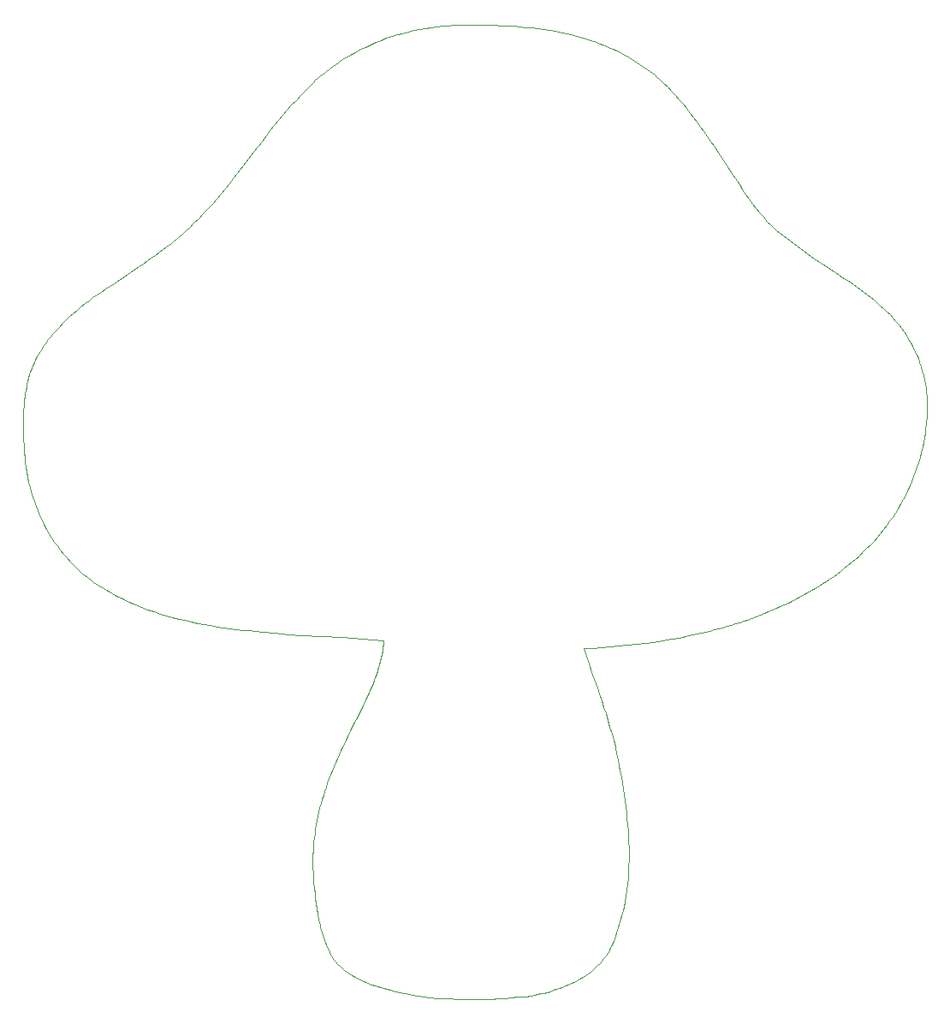
<source format=gbr>
G04 #@! TF.GenerationSoftware,KiCad,Pcbnew,5.0.2-bee76a0~70~ubuntu18.04.1*
G04 #@! TF.CreationDate,2019-10-25T22:44:05+08:00*
G04 #@! TF.ProjectId,TuneShroom,54756e65-5368-4726-9f6f-6d2e6b696361,rev?*
G04 #@! TF.SameCoordinates,Original*
G04 #@! TF.FileFunction,Profile,NP*
%FSLAX46Y46*%
G04 Gerber Fmt 4.6, Leading zero omitted, Abs format (unit mm)*
G04 Created by KiCad (PCBNEW 5.0.2-bee76a0~70~ubuntu18.04.1) date Fri 25 Oct 2019 22:44:05 HKT*
%MOMM*%
%LPD*%
G01*
G04 APERTURE LIST*
G04 #@! TA.AperFunction,NonConductor*
%ADD10C,0.100000*%
G04 #@! TD*
G04 APERTURE END LIST*
D10*
G04 #@! TO.C,*
X104061363Y-43850585D02*
X104061337Y-43850450D01*
X104061363Y-43850585D02*
X104061363Y-43850585D01*
X104654368Y-43846430D02*
X104061363Y-43850585D01*
X105249985Y-43848070D02*
X104654368Y-43846430D01*
X105847795Y-43855951D02*
X105249985Y-43848070D01*
X106447370Y-43870517D02*
X105847795Y-43855951D01*
X107048284Y-43892211D02*
X106447370Y-43870517D01*
X107650111Y-43921479D02*
X107048284Y-43892211D01*
X108252429Y-43958764D02*
X107650111Y-43921479D01*
X108854811Y-44004510D02*
X108252429Y-43958764D01*
X109456834Y-44059163D02*
X108854811Y-44004510D01*
X110058070Y-44123167D02*
X109456834Y-44059163D01*
X110658095Y-44196964D02*
X110058070Y-44123167D01*
X111256484Y-44281001D02*
X110658095Y-44196964D01*
X111852813Y-44375722D02*
X111256484Y-44281001D01*
X112446657Y-44481570D02*
X111852813Y-44375722D01*
X113037588Y-44598989D02*
X112446657Y-44481570D01*
X113625183Y-44728425D02*
X113037588Y-44598989D01*
X114209017Y-44870322D02*
X113625183Y-44728425D01*
X114788664Y-45025123D02*
X114209017Y-44870322D01*
X115363701Y-45193274D02*
X114788664Y-45025123D01*
X115933699Y-45375217D02*
X115363701Y-45193274D01*
X116498237Y-45571399D02*
X115933699Y-45375217D01*
X116778325Y-45674968D02*
X116498237Y-45571399D01*
X117056889Y-45782263D02*
X116778325Y-45674968D01*
X117333874Y-45893339D02*
X117056889Y-45782263D01*
X117609228Y-46008253D02*
X117333874Y-45893339D01*
X117882897Y-46127059D02*
X117609228Y-46008253D01*
X118154831Y-46249813D02*
X117882897Y-46127059D01*
X118424973Y-46376571D02*
X118154831Y-46249813D01*
X118693271Y-46507389D02*
X118424973Y-46376571D01*
X118959672Y-46642321D02*
X118693271Y-46507389D01*
X119224123Y-46781424D02*
X118959672Y-46642321D01*
X119486571Y-46924752D02*
X119224123Y-46781424D01*
X119746964Y-47072362D02*
X119486571Y-46924752D01*
X120005247Y-47224309D02*
X119746964Y-47072362D01*
X120261366Y-47380649D02*
X120005247Y-47224309D01*
X120515274Y-47541436D02*
X120261366Y-47380649D01*
X120766908Y-47706727D02*
X120515274Y-47541436D01*
X121016223Y-47876577D02*
X120766908Y-47706727D01*
X121263164Y-48051042D02*
X121016223Y-47876577D01*
X121507673Y-48230177D02*
X121263164Y-48051042D01*
X121749703Y-48414038D02*
X121507673Y-48230177D01*
X121989199Y-48602680D02*
X121749703Y-48414038D01*
X122226107Y-48796158D02*
X121989199Y-48602680D01*
X122445232Y-48984281D02*
X122226107Y-48796158D01*
X122661158Y-49175102D02*
X122445232Y-48984281D01*
X123083769Y-49564552D02*
X122661158Y-49175102D01*
X123494620Y-49963936D02*
X123083769Y-49564552D01*
X123894389Y-50372680D02*
X123494620Y-49963936D01*
X124283761Y-50790213D02*
X123894389Y-50372680D01*
X124663417Y-51215960D02*
X124283761Y-50790213D01*
X125034037Y-51649349D02*
X124663417Y-51215960D01*
X125396304Y-52089807D02*
X125034037Y-51649349D01*
X125750902Y-52536761D02*
X125396304Y-52089807D01*
X126098509Y-52989638D02*
X125750902Y-52536761D01*
X126439808Y-53447864D02*
X126098509Y-52989638D01*
X126775479Y-53910868D02*
X126439808Y-53447864D01*
X127106206Y-54378076D02*
X126775479Y-53910868D01*
X127432667Y-54848915D02*
X127106206Y-54378076D01*
X127755549Y-55322812D02*
X127432667Y-54848915D01*
X128075528Y-55799194D02*
X127755549Y-55322812D01*
X128709512Y-56757121D02*
X128075528Y-55799194D01*
X129340075Y-57718114D02*
X128709512Y-56757121D01*
X129972665Y-58677588D02*
X129340075Y-57718114D01*
X130612737Y-59630959D02*
X129972665Y-58677588D01*
X130937283Y-60103923D02*
X130612737Y-59630959D01*
X131265744Y-60573644D02*
X130937283Y-60103923D01*
X131598802Y-61039546D02*
X131265744Y-60573644D01*
X131937140Y-61501058D02*
X131598802Y-61039546D01*
X132281435Y-61957607D02*
X131937140Y-61501058D01*
X132632373Y-62408619D02*
X132281435Y-61957607D01*
X132990635Y-62853522D02*
X132632373Y-62408619D01*
X133356900Y-63291743D02*
X132990635Y-62853522D01*
X133664608Y-63582399D02*
X133356900Y-63291743D01*
X133977332Y-63866757D02*
X133664608Y-63582399D01*
X134294779Y-64145187D02*
X133977332Y-63866757D01*
X134616655Y-64418064D02*
X134294779Y-64145187D01*
X134942664Y-64685761D02*
X134616655Y-64418064D01*
X135272510Y-64948650D02*
X134942664Y-64685761D01*
X135605898Y-65207105D02*
X135272510Y-64948650D01*
X135942533Y-65461499D02*
X135605898Y-65207105D01*
X136282117Y-65712205D02*
X135942533Y-65461499D01*
X136624361Y-65959595D02*
X136282117Y-65712205D01*
X137315630Y-66445925D02*
X136624361Y-65959595D01*
X138013979Y-66923472D02*
X137315630Y-66445925D01*
X138717046Y-67395221D02*
X138013979Y-66923472D01*
X140127878Y-68333265D02*
X138717046Y-67395221D01*
X140830921Y-68805530D02*
X140127878Y-68333265D01*
X141529228Y-69283937D02*
X140830921Y-68805530D01*
X142220441Y-69771469D02*
X141529228Y-69283937D01*
X142562648Y-70019590D02*
X142220441Y-69771469D01*
X142902196Y-70271114D02*
X142562648Y-70019590D01*
X143238788Y-70526410D02*
X142902196Y-70271114D01*
X143572129Y-70785853D02*
X143238788Y-70526410D01*
X143901924Y-71049817D02*
X143572129Y-70785853D01*
X144227877Y-71318673D02*
X143901924Y-71049817D01*
X144565049Y-71592935D02*
X144227877Y-71318673D01*
X144892101Y-71878333D02*
X144565049Y-71592935D01*
X145208841Y-72174463D02*
X144892101Y-71878333D01*
X145515073Y-72480919D02*
X145208841Y-72174463D01*
X145810599Y-72797297D02*
X145515073Y-72480919D01*
X146095227Y-73123195D02*
X145810599Y-72797297D01*
X146368759Y-73458208D02*
X146095227Y-73123195D01*
X146631003Y-73801931D02*
X146368759Y-73458208D01*
X146881762Y-74153956D02*
X146631003Y-73801931D01*
X147120840Y-74513882D02*
X146881762Y-74153956D01*
X147348043Y-74881304D02*
X147120840Y-74513882D01*
X147563175Y-75255819D02*
X147348043Y-74881304D01*
X147766039Y-75637017D02*
X147563175Y-75255819D01*
X147956447Y-76024499D02*
X147766039Y-75637017D01*
X148134194Y-76417861D02*
X147956447Y-76024499D01*
X148299093Y-76816694D02*
X148134194Y-76417861D01*
X148450942Y-77220596D02*
X148299093Y-76816694D01*
X148589552Y-77629163D02*
X148450942Y-77220596D01*
X148714721Y-78041990D02*
X148589552Y-77629163D01*
X148826262Y-78458669D02*
X148714721Y-78041990D01*
X148923972Y-78878801D02*
X148826262Y-78458669D01*
X149007660Y-79301980D02*
X148923972Y-78878801D01*
X149077129Y-79727798D02*
X149007660Y-79301980D01*
X149132186Y-80155857D02*
X149077129Y-79727798D01*
X149172633Y-80585744D02*
X149132186Y-80155857D01*
X149198271Y-81017062D02*
X149172633Y-80585744D01*
X149208907Y-81449402D02*
X149198271Y-81017062D01*
X149204357Y-81882364D02*
X149208907Y-81449402D01*
X149184407Y-82315537D02*
X149204357Y-81882364D01*
X149148881Y-82748522D02*
X149184407Y-82315537D01*
X149125228Y-82964816D02*
X149148881Y-82748522D01*
X149097592Y-83180912D02*
X149125228Y-82964816D01*
X149065961Y-83396757D02*
X149097592Y-83180912D01*
X149030311Y-83612302D02*
X149065961Y-83396757D01*
X148974860Y-84116720D02*
X149030311Y-83612302D01*
X148905174Y-84618184D02*
X148974860Y-84116720D01*
X148821486Y-85116493D02*
X148905174Y-84618184D01*
X148724021Y-85611443D02*
X148821486Y-85116493D01*
X148613010Y-86102836D02*
X148724021Y-85611443D01*
X148488685Y-86590465D02*
X148613010Y-86102836D01*
X148351274Y-87074132D02*
X148488685Y-86590465D01*
X148201006Y-87553631D02*
X148351274Y-87074132D01*
X148038113Y-88028764D02*
X148201006Y-87553631D01*
X147862821Y-88499326D02*
X148038113Y-88028764D01*
X147675364Y-88965114D02*
X147862821Y-88499326D01*
X147475969Y-89425925D02*
X147675364Y-88965114D01*
X147264865Y-89881564D02*
X147475969Y-89425925D01*
X147042282Y-90331822D02*
X147264865Y-89881564D01*
X146808454Y-90776499D02*
X147042282Y-90331822D01*
X146563606Y-91215390D02*
X146808454Y-90776499D01*
X146307968Y-91648298D02*
X146563606Y-91215390D01*
X146041771Y-92075018D02*
X146307968Y-91648298D01*
X145765244Y-92495349D02*
X146041771Y-92075018D01*
X145478616Y-92909086D02*
X145765244Y-92495349D01*
X145182118Y-93316031D02*
X145478616Y-92909086D01*
X144875980Y-93715977D02*
X145182118Y-93316031D01*
X144560432Y-94108725D02*
X144875980Y-93715977D01*
X144235701Y-94494075D02*
X144560432Y-94108725D01*
X143902019Y-94871820D02*
X144235701Y-94494075D01*
X143559614Y-95241758D02*
X143902019Y-94871820D01*
X143208718Y-95603692D02*
X143559614Y-95241758D01*
X142849560Y-95957416D02*
X143208718Y-95603692D01*
X142482366Y-96302729D02*
X142849560Y-95957416D01*
X142107372Y-96639427D02*
X142482366Y-96302729D01*
X141724803Y-96967310D02*
X142107372Y-96639427D01*
X141334889Y-97286175D02*
X141724803Y-96967310D01*
X140989608Y-97559122D02*
X141334889Y-97286175D01*
X140641011Y-97826266D02*
X140989608Y-97559122D01*
X140289168Y-98087661D02*
X140641011Y-97826266D01*
X139934140Y-98343368D02*
X140289168Y-98087661D01*
X139575989Y-98593447D02*
X139934140Y-98343368D01*
X139214780Y-98837956D02*
X139575989Y-98593447D01*
X138850573Y-99076952D02*
X139214780Y-98837956D01*
X138483437Y-99310494D02*
X138850573Y-99076952D01*
X138113431Y-99538644D02*
X138483437Y-99310494D01*
X137740620Y-99761458D02*
X138113431Y-99538644D01*
X137365065Y-99978996D02*
X137740620Y-99761458D01*
X136986832Y-100191313D02*
X137365065Y-99978996D01*
X136605986Y-100398474D02*
X136986832Y-100191313D01*
X136222586Y-100600534D02*
X136605986Y-100398474D01*
X135836697Y-100797553D02*
X136222586Y-100600534D01*
X135448381Y-100989588D02*
X135836697Y-100797553D01*
X135057705Y-101176698D02*
X135448381Y-100989588D01*
X134664730Y-101358943D02*
X135057705Y-101176698D01*
X134269519Y-101536383D02*
X134664730Y-101358943D01*
X133872134Y-101709074D02*
X134269519Y-101536383D01*
X133472642Y-101877077D02*
X133872134Y-101709074D01*
X133071105Y-102040449D02*
X133472642Y-101877077D01*
X132667586Y-102199252D02*
X133071105Y-102040449D01*
X132262147Y-102353538D02*
X132667586Y-102199252D01*
X131854852Y-102503372D02*
X132262147Y-102353538D01*
X131445767Y-102648811D02*
X131854852Y-102503372D01*
X131034951Y-102789913D02*
X131445767Y-102648811D01*
X130622471Y-102926740D02*
X131034951Y-102789913D01*
X130208387Y-103059344D02*
X130622471Y-102926740D01*
X129792764Y-103187791D02*
X130208387Y-103059344D01*
X129375667Y-103312134D02*
X129792764Y-103187791D01*
X128957157Y-103432435D02*
X129375667Y-103312134D01*
X128537298Y-103548754D02*
X128957157Y-103432435D01*
X128116155Y-103661146D02*
X128537298Y-103548754D01*
X127693787Y-103769673D02*
X128116155Y-103661146D01*
X127270264Y-103874393D02*
X127693787Y-103769673D01*
X126419988Y-104072642D02*
X127270264Y-103874393D01*
X125565839Y-104256366D02*
X126419988Y-104072642D01*
X124708319Y-104426036D02*
X125565839Y-104256366D01*
X123847939Y-104582121D02*
X124708319Y-104426036D01*
X122985202Y-104725091D02*
X123847939Y-104582121D01*
X122120615Y-104855415D02*
X122985202Y-104725091D01*
X121254686Y-104973567D02*
X122120615Y-104855415D01*
X120387922Y-105080011D02*
X121254686Y-104973567D01*
X119520827Y-105175222D02*
X120387922Y-105080011D01*
X118653912Y-105259669D02*
X119520827Y-105175222D01*
X117787679Y-105333824D02*
X118653912Y-105259669D01*
X116922637Y-105398152D02*
X117787679Y-105333824D01*
X116059291Y-105453127D02*
X116922637Y-105398152D01*
X115198152Y-105499217D02*
X116059291Y-105453127D01*
X115647597Y-106788900D02*
X115198152Y-105499217D01*
X116103262Y-108077180D02*
X115647597Y-106788900D01*
X116556411Y-109366560D02*
X116103262Y-108077180D01*
X116779312Y-110012443D02*
X116556411Y-109366560D01*
X116998313Y-110659537D02*
X116779312Y-110012443D01*
X117212319Y-111308155D02*
X116998313Y-110659537D01*
X117420239Y-111958609D02*
X117212319Y-111308155D01*
X117620984Y-112611212D02*
X117420239Y-111958609D01*
X117813457Y-113266275D02*
X117620984Y-112611212D01*
X117996573Y-113924111D02*
X117813457Y-113266275D01*
X118169235Y-114585033D02*
X117996573Y-113924111D01*
X118330355Y-115249354D02*
X118169235Y-114585033D01*
X118478842Y-115917384D02*
X118330355Y-115249354D01*
X118597246Y-116486294D02*
X118478842Y-115917384D01*
X118712154Y-117058183D02*
X118597246Y-116486294D01*
X118823089Y-117632824D02*
X118712154Y-117058183D01*
X118929573Y-118209980D02*
X118823089Y-117632824D01*
X119031125Y-118789428D02*
X118929573Y-118209980D01*
X119127270Y-119370938D02*
X119031125Y-118789428D01*
X119217530Y-119954275D02*
X119127270Y-119370938D01*
X119301426Y-120539216D02*
X119217530Y-119954275D01*
X119378481Y-121125527D02*
X119301426Y-120539216D01*
X119448217Y-121712979D02*
X119378481Y-121125527D01*
X119510156Y-122301343D02*
X119448217Y-121712979D01*
X119563816Y-122890388D02*
X119510156Y-122301343D01*
X119608727Y-123479888D02*
X119563816Y-122890388D01*
X119644406Y-124069609D02*
X119608727Y-123479888D01*
X119670388Y-124659323D02*
X119644406Y-124069609D01*
X119686157Y-125248802D02*
X119670388Y-124659323D01*
X119691263Y-125837815D02*
X119686157Y-125248802D01*
X119685231Y-126426129D02*
X119691263Y-125837815D01*
X119667583Y-127013520D02*
X119685231Y-126426129D01*
X119637836Y-127599754D02*
X119667583Y-127013520D01*
X119595513Y-128184605D02*
X119637836Y-127599754D01*
X119540133Y-128767839D02*
X119595513Y-128184605D01*
X119471223Y-129349230D02*
X119540133Y-128767839D01*
X119388302Y-129928545D02*
X119471223Y-129349230D01*
X119290891Y-130505559D02*
X119388302Y-129928545D01*
X119178514Y-131080038D02*
X119290891Y-130505559D01*
X119116562Y-131366257D02*
X119178514Y-131080038D01*
X119050691Y-131651755D02*
X119116562Y-131366257D01*
X118980839Y-131936505D02*
X119050691Y-131651755D01*
X118906946Y-132220477D02*
X118980839Y-131936505D01*
X118828955Y-132503645D02*
X118906946Y-132220477D01*
X118746802Y-132785979D02*
X118828955Y-132503645D01*
X118660431Y-133067448D02*
X118746802Y-132785979D01*
X118569779Y-133348028D02*
X118660431Y-133067448D01*
X118474789Y-133627685D02*
X118569779Y-133348028D01*
X118375398Y-133906394D02*
X118474789Y-133627685D01*
X118271549Y-134184125D02*
X118375398Y-133906394D01*
X118163184Y-134460850D02*
X118271549Y-134184125D01*
X118100943Y-134614462D02*
X118163184Y-134460850D01*
X118035435Y-134765399D02*
X118100943Y-134614462D01*
X117966717Y-134913687D02*
X118035435Y-134765399D01*
X117894848Y-135059348D02*
X117966717Y-134913687D01*
X117741901Y-135342878D02*
X117894848Y-135059348D01*
X117577063Y-135616166D02*
X117741901Y-135342878D01*
X117400811Y-135879392D02*
X117577063Y-135616166D01*
X117213613Y-136132736D02*
X117400811Y-135879392D01*
X117015948Y-136376372D02*
X117213613Y-136132736D01*
X116808287Y-136610484D02*
X117015948Y-136376372D01*
X116591104Y-136835250D02*
X116808287Y-136610484D01*
X116364872Y-137050848D02*
X116591104Y-136835250D01*
X116130062Y-137257456D02*
X116364872Y-137050848D01*
X115887153Y-137455256D02*
X116130062Y-137257456D01*
X115636614Y-137644422D02*
X115887153Y-137455256D01*
X115378920Y-137825138D02*
X115636614Y-137644422D01*
X115114543Y-137997580D02*
X115378920Y-137825138D01*
X114843959Y-138161929D02*
X115114543Y-137997580D01*
X114567639Y-138318361D02*
X114843959Y-138161929D01*
X114286059Y-138467057D02*
X114567639Y-138318361D01*
X113999687Y-138608196D02*
X114286059Y-138467057D01*
X113709003Y-138741956D02*
X113999687Y-138608196D01*
X113414479Y-138868517D02*
X113709003Y-138741956D01*
X113116585Y-138988058D02*
X113414479Y-138868517D01*
X112815796Y-139100755D02*
X113116585Y-138988058D01*
X112512586Y-139206792D02*
X112815796Y-139100755D01*
X112207426Y-139306342D02*
X112512586Y-139206792D01*
X111900795Y-139399589D02*
X112207426Y-139306342D01*
X111593161Y-139486711D02*
X111900795Y-139399589D01*
X111285001Y-139567885D02*
X111593161Y-139486711D01*
X110976786Y-139643289D02*
X111285001Y-139567885D01*
X110668990Y-139713104D02*
X110976786Y-139643289D01*
X110362087Y-139777512D02*
X110668990Y-139713104D01*
X110056549Y-139836686D02*
X110362087Y-139777512D01*
X109395606Y-139914891D02*
X110056549Y-139836686D01*
X108733100Y-139983048D02*
X109395606Y-139914891D01*
X108069226Y-140041304D02*
X108733100Y-139983048D01*
X107404194Y-140089810D02*
X108069226Y-140041304D01*
X106738206Y-140128712D02*
X107404194Y-140089810D01*
X106071461Y-140158157D02*
X106738206Y-140128712D01*
X105404166Y-140178292D02*
X106071461Y-140158157D01*
X104736527Y-140189272D02*
X105404166Y-140178292D01*
X104068742Y-140191124D02*
X104736527Y-140189272D01*
X103401016Y-140184245D02*
X104068742Y-140191124D01*
X102733554Y-140168635D02*
X103401016Y-140184245D01*
X102066558Y-140144478D02*
X102733554Y-140168635D01*
X101400232Y-140111905D02*
X102066558Y-140144478D01*
X100734778Y-140071067D02*
X101400232Y-140111905D01*
X100070401Y-140022111D02*
X100734778Y-140071067D01*
X99407305Y-139965189D02*
X100070401Y-140022111D01*
X98206740Y-139742904D02*
X99407305Y-139965189D01*
X97596687Y-139625805D02*
X98206740Y-139742904D01*
X96983915Y-139500593D02*
X97596687Y-139625805D01*
X96371262Y-139364164D02*
X96983915Y-139500593D01*
X96065869Y-139290768D02*
X96371262Y-139364164D01*
X95761572Y-139213404D02*
X96065869Y-139290768D01*
X95458727Y-139131682D02*
X95761572Y-139213404D01*
X95157690Y-139045211D02*
X95458727Y-139131682D01*
X94858814Y-138953607D02*
X95157690Y-139045211D01*
X94562454Y-138856476D02*
X94858814Y-138953607D01*
X94268967Y-138753437D02*
X94562454Y-138856476D01*
X93978709Y-138644095D02*
X94268967Y-138753437D01*
X93692033Y-138528065D02*
X93978709Y-138644095D01*
X93409296Y-138404957D02*
X93692033Y-138528065D01*
X93130854Y-138274382D02*
X93409296Y-138404957D01*
X92857061Y-138135955D02*
X93130854Y-138274382D01*
X92588271Y-137989286D02*
X92857061Y-138135955D01*
X92324841Y-137833983D02*
X92588271Y-137989286D01*
X92067129Y-137669664D02*
X92324841Y-137833983D01*
X91815483Y-137495938D02*
X92067129Y-137669664D01*
X91570268Y-137312413D02*
X91815483Y-137495938D01*
X91331830Y-137118706D02*
X91570268Y-137312413D01*
X91100529Y-136914426D02*
X91331830Y-137118706D01*
X90876721Y-136699185D02*
X91100529Y-136914426D01*
X90660760Y-136472593D02*
X90876721Y-136699185D01*
X90453001Y-136234265D02*
X90660760Y-136472593D01*
X90325099Y-136003379D02*
X90453001Y-136234265D01*
X90202938Y-135769913D02*
X90325099Y-136003379D01*
X90086368Y-135533976D02*
X90202938Y-135769913D01*
X89975246Y-135295676D02*
X90086368Y-135533976D01*
X89869425Y-135055120D02*
X89975246Y-135295676D01*
X89768765Y-134812418D02*
X89869425Y-135055120D01*
X89673115Y-134567675D02*
X89768765Y-134812418D01*
X89582334Y-134321002D02*
X89673115Y-134567675D01*
X89496273Y-134072505D02*
X89582334Y-134321002D01*
X89414787Y-133822294D02*
X89496273Y-134072505D01*
X89337735Y-133570477D02*
X89414787Y-133822294D01*
X89264966Y-133317159D02*
X89337735Y-133570477D01*
X89196339Y-133062456D02*
X89264966Y-133317159D01*
X89131706Y-132806466D02*
X89196339Y-133062456D01*
X89013845Y-132291079D02*
X89131706Y-132806466D01*
X88910224Y-131771858D02*
X89013845Y-132291079D01*
X88819678Y-131249673D02*
X88910224Y-131771858D01*
X88741046Y-130725388D02*
X88819678Y-131249673D01*
X88673165Y-130199870D02*
X88741046Y-130725388D01*
X88614872Y-129673982D02*
X88673165Y-130199870D01*
X88565006Y-129148591D02*
X88614872Y-129673982D01*
X88522405Y-128624560D02*
X88565006Y-129148591D01*
X88485909Y-128102756D02*
X88522405Y-128624560D01*
X88452640Y-127667580D02*
X88485909Y-128102756D01*
X88430071Y-127233055D02*
X88452640Y-127667580D01*
X88417980Y-126799242D02*
X88430071Y-127233055D01*
X88416127Y-126366206D02*
X88417980Y-126799242D01*
X88424303Y-125934006D02*
X88416127Y-126366206D01*
X88442242Y-125502709D02*
X88424303Y-125934006D01*
X88469743Y-125072375D02*
X88442242Y-125502709D01*
X88506567Y-124643067D02*
X88469743Y-125072375D01*
X88552488Y-124214845D02*
X88506567Y-124643067D01*
X88607273Y-123787775D02*
X88552488Y-124214845D01*
X88670694Y-123361920D02*
X88607273Y-123787775D01*
X88742520Y-122937338D02*
X88670694Y-123361920D01*
X88822522Y-122514095D02*
X88742520Y-122937338D01*
X88910470Y-122092254D02*
X88822522Y-122514095D01*
X89006135Y-121671873D02*
X88910470Y-122092254D01*
X89109286Y-121253019D02*
X89006135Y-121671873D01*
X89219693Y-120835753D02*
X89109286Y-121253019D01*
X89337131Y-120420138D02*
X89219693Y-120835753D01*
X89461367Y-120006234D02*
X89337131Y-120420138D01*
X89592169Y-119594106D02*
X89461367Y-120006234D01*
X89729310Y-119183816D02*
X89592169Y-119594106D01*
X89872561Y-118775427D02*
X89729310Y-119183816D01*
X90021691Y-118369000D02*
X89872561Y-118775427D01*
X90176469Y-117964598D02*
X90021691Y-118369000D01*
X90336669Y-117562286D02*
X90176469Y-117964598D01*
X90502057Y-117162122D02*
X90336669Y-117562286D01*
X90672407Y-116764170D02*
X90502057Y-117162122D01*
X90847490Y-116368494D02*
X90672407Y-116764170D01*
X91027070Y-115975156D02*
X90847490Y-116368494D01*
X91210924Y-115584218D02*
X91027070Y-115975156D01*
X91398820Y-115195741D02*
X91210924Y-115584218D01*
X91590527Y-114809791D02*
X91398820Y-115195741D01*
X91725438Y-114501739D02*
X91590527Y-114809791D01*
X91864635Y-114194476D02*
X91725438Y-114501739D01*
X92153756Y-113581817D02*
X91864635Y-114194476D01*
X92453651Y-112970810D02*
X92153756Y-113581817D01*
X92760075Y-112360456D02*
X92453651Y-112970810D01*
X93375546Y-111137681D02*
X92760075Y-112360456D01*
X93676108Y-110523255D02*
X93375546Y-111137681D01*
X93966231Y-109905469D02*
X93676108Y-110523255D01*
X94106053Y-109594999D02*
X93966231Y-109905469D01*
X94241676Y-109283314D02*
X94106053Y-109594999D01*
X94372568Y-108970286D02*
X94241676Y-109283314D01*
X94498197Y-108655789D02*
X94372568Y-108970286D01*
X94618037Y-108339699D02*
X94498197Y-108655789D01*
X94731557Y-108021892D02*
X94618037Y-108339699D01*
X94838224Y-107702239D02*
X94731557Y-108021892D01*
X94937511Y-107380616D02*
X94838224Y-107702239D01*
X95028885Y-107056901D02*
X94937511Y-107380616D01*
X95111816Y-106730964D02*
X95028885Y-107056901D01*
X95185775Y-106402682D02*
X95111816Y-106730964D01*
X95250233Y-106071926D02*
X95185775Y-106402682D01*
X95304658Y-105738575D02*
X95250233Y-106071926D01*
X95348518Y-105402504D02*
X95304658Y-105738575D01*
X95381286Y-105063583D02*
X95348518Y-105402504D01*
X95402426Y-104721692D02*
X95381286Y-105063583D01*
X94384596Y-104632220D02*
X95402426Y-104721692D01*
X93366812Y-104554075D02*
X94384596Y-104632220D01*
X92349000Y-104484871D02*
X93366812Y-104554075D01*
X91331092Y-104422212D02*
X92349000Y-104484871D01*
X89294695Y-104306984D02*
X91331092Y-104422212D01*
X87257046Y-104189273D02*
X89294695Y-104306984D01*
X85987065Y-104089729D02*
X87257046Y-104189273D01*
X84710032Y-103984954D02*
X85987065Y-104089729D01*
X83428401Y-103870413D02*
X84710032Y-103984954D01*
X82786628Y-103808059D02*
X83428401Y-103870413D01*
X82144627Y-103741564D02*
X82786628Y-103808059D01*
X81502703Y-103670356D02*
X82144627Y-103741564D01*
X80861165Y-103593871D02*
X81502703Y-103670356D01*
X80220320Y-103511538D02*
X80861165Y-103593871D01*
X79580473Y-103422794D02*
X80220320Y-103511538D01*
X78941933Y-103327067D02*
X79580473Y-103422794D01*
X78305006Y-103223793D02*
X78941933Y-103327067D01*
X77669999Y-103112406D02*
X78305006Y-103223793D01*
X77037218Y-102992335D02*
X77669999Y-103112406D01*
X76406971Y-102863015D02*
X77037218Y-102992335D01*
X75779565Y-102723878D02*
X76406971Y-102863015D01*
X75155306Y-102574357D02*
X75779565Y-102723878D01*
X74534502Y-102413885D02*
X75155306Y-102574357D01*
X73917460Y-102241892D02*
X74534502Y-102413885D01*
X73304485Y-102057816D02*
X73917460Y-102241892D01*
X72695887Y-101861083D02*
X73304485Y-102057816D01*
X72091970Y-101651133D02*
X72695887Y-101861083D01*
X71493043Y-101427394D02*
X72091970Y-101651133D01*
X70899411Y-101189298D02*
X71493043Y-101427394D01*
X70604677Y-101064690D02*
X70899411Y-101189298D01*
X70311383Y-100936279D02*
X70604677Y-101064690D01*
X70019566Y-100803998D02*
X70311383Y-100936279D01*
X69729265Y-100667772D02*
X70019566Y-100803998D01*
X69440518Y-100527532D02*
X69729265Y-100667772D01*
X69153363Y-100383208D02*
X69440518Y-100527532D01*
X68867840Y-100234726D02*
X69153363Y-100383208D01*
X68583986Y-100082019D02*
X68867840Y-100234726D01*
X68301839Y-99925013D02*
X68583986Y-100082019D01*
X68021439Y-99763638D02*
X68301839Y-99925013D01*
X67742823Y-99597824D02*
X68021439Y-99763638D01*
X67466030Y-99427498D02*
X67742823Y-99597824D01*
X67253405Y-99292738D02*
X67466030Y-99427498D01*
X67043508Y-99154570D02*
X67253405Y-99292738D01*
X66836351Y-99013050D02*
X67043508Y-99154570D01*
X66631947Y-98868225D02*
X66836351Y-99013050D01*
X66430309Y-98720150D02*
X66631947Y-98868225D01*
X66231449Y-98568875D02*
X66430309Y-98720150D01*
X66035380Y-98414454D02*
X66231449Y-98568875D01*
X65842116Y-98256934D02*
X66035380Y-98414454D01*
X65651667Y-98096371D02*
X65842116Y-98256934D01*
X65464048Y-97932814D02*
X65651667Y-98096371D01*
X65279270Y-97766317D02*
X65464048Y-97932814D01*
X65097347Y-97596928D02*
X65279270Y-97766317D01*
X64918292Y-97424703D02*
X65097347Y-97596928D01*
X64742116Y-97249689D02*
X64918292Y-97424703D01*
X64398454Y-96891512D02*
X64742116Y-97249689D01*
X64066465Y-96522807D02*
X64398454Y-96891512D01*
X63746249Y-96143990D02*
X64066465Y-96522807D01*
X63437907Y-95755473D02*
X63746249Y-96143990D01*
X63141541Y-95357667D02*
X63437907Y-95755473D01*
X62857254Y-94950989D02*
X63141541Y-95357667D01*
X62585145Y-94535847D02*
X62857254Y-94950989D01*
X62325317Y-94112659D02*
X62585145Y-94535847D01*
X62077871Y-93681836D02*
X62325317Y-94112659D01*
X61842909Y-93243791D02*
X62077871Y-93681836D01*
X61620532Y-92798934D02*
X61842909Y-93243791D01*
X61410841Y-92347685D02*
X61620532Y-92798934D01*
X61213939Y-91890450D02*
X61410841Y-92347685D01*
X61029926Y-91427649D02*
X61213939Y-91890450D01*
X60858904Y-90959689D02*
X61029926Y-91427649D01*
X60700974Y-90486984D02*
X60858904Y-90959689D01*
X60556239Y-90009951D02*
X60700974Y-90486984D01*
X60424799Y-89528997D02*
X60556239Y-90009951D01*
X60306756Y-89044542D02*
X60424799Y-89528997D01*
X60202211Y-88556991D02*
X60306756Y-89044542D01*
X60111267Y-88066766D02*
X60202211Y-88556991D01*
X60034023Y-87574273D02*
X60111267Y-88066766D01*
X59970583Y-87079929D02*
X60034023Y-87574273D01*
X59921047Y-86584144D02*
X59970583Y-87079929D01*
X59885517Y-86087334D02*
X59921047Y-86584144D01*
X59849253Y-85449235D02*
X59885517Y-86087334D01*
X59817866Y-84806295D02*
X59849253Y-85449235D01*
X59794181Y-84159889D02*
X59817866Y-84806295D01*
X59781020Y-83511379D02*
X59794181Y-84159889D01*
X59781206Y-82862140D02*
X59781020Y-83511379D01*
X59787185Y-82537673D02*
X59781206Y-82862140D01*
X59797559Y-82213537D02*
X59787185Y-82537673D01*
X59812683Y-81889902D02*
X59797559Y-82213537D01*
X59832908Y-81566941D02*
X59812683Y-81889902D01*
X59858586Y-81244824D02*
X59832908Y-81566941D01*
X59890071Y-80923720D02*
X59858586Y-81244824D01*
X59927716Y-80603804D02*
X59890071Y-80923720D01*
X59971874Y-80285246D02*
X59927716Y-80603804D01*
X60022897Y-79968214D02*
X59971874Y-80285246D01*
X60081139Y-79652884D02*
X60022897Y-79968214D01*
X60146951Y-79339424D02*
X60081139Y-79652884D01*
X60220688Y-79028007D02*
X60146951Y-79339424D01*
X60302702Y-78718802D02*
X60220688Y-79028007D01*
X60393347Y-78411980D02*
X60302702Y-78718802D01*
X60492973Y-78107715D02*
X60393347Y-78411980D01*
X60601936Y-77806177D02*
X60492973Y-78107715D01*
X60720586Y-77507537D02*
X60601936Y-77806177D01*
X60849279Y-77211965D02*
X60720586Y-77507537D01*
X60988365Y-76919632D02*
X60849279Y-77211965D01*
X61138199Y-76630710D02*
X60988365Y-76919632D01*
X61299133Y-76345373D02*
X61138199Y-76630710D01*
X61471519Y-76063787D02*
X61299133Y-76345373D01*
X61606058Y-75849522D02*
X61471519Y-76063787D01*
X61743987Y-75638679D02*
X61606058Y-75849522D01*
X61885228Y-75431179D02*
X61743987Y-75638679D01*
X62029701Y-75226945D02*
X61885228Y-75431179D01*
X62177327Y-75025896D02*
X62029701Y-75226945D01*
X62328026Y-74827958D02*
X62177327Y-75025896D01*
X62481719Y-74633048D02*
X62328026Y-74827958D01*
X62638328Y-74441092D02*
X62481719Y-74633048D01*
X62959974Y-74065723D02*
X62638328Y-74441092D01*
X63292329Y-73701222D02*
X62959974Y-74065723D01*
X63634758Y-73346964D02*
X63292329Y-73701222D01*
X63986629Y-73002323D02*
X63634758Y-73346964D01*
X64347306Y-72666672D02*
X63986629Y-73002323D01*
X64716156Y-72339385D02*
X64347306Y-72666672D01*
X65092544Y-72019838D02*
X64716156Y-72339385D01*
X65475836Y-71707402D02*
X65092544Y-72019838D01*
X65865399Y-71401451D02*
X65475836Y-71707402D01*
X66260598Y-71101360D02*
X65865399Y-71401451D01*
X66660798Y-70806503D02*
X66260598Y-71101360D01*
X67065367Y-70516255D02*
X66660798Y-70806503D01*
X67473669Y-70229987D02*
X67065367Y-70516255D01*
X67885070Y-69947071D02*
X67473669Y-70229987D01*
X68714635Y-69388802D02*
X67885070Y-69947071D01*
X70383056Y-68284972D02*
X68714635Y-69388802D01*
X71211767Y-67729391D02*
X70383056Y-68284972D01*
X71622528Y-67448492D02*
X71211767Y-67729391D01*
X72030047Y-67164686D02*
X71622528Y-67448492D01*
X72433690Y-66877346D02*
X72030047Y-67164686D01*
X72832823Y-66585848D02*
X72433690Y-66877346D01*
X73226811Y-66289563D02*
X72832823Y-66585848D01*
X73615021Y-65987867D02*
X73226811Y-66289563D01*
X73887028Y-65793831D02*
X73615021Y-65987867D01*
X74155319Y-65596229D02*
X73887028Y-65793831D01*
X74419992Y-65395155D02*
X74155319Y-65596229D01*
X74681149Y-65190704D02*
X74419992Y-65395155D01*
X74938887Y-64982970D02*
X74681149Y-65190704D01*
X75193308Y-64772048D02*
X74938887Y-64982970D01*
X75444509Y-64558032D02*
X75193308Y-64772048D01*
X75692592Y-64341017D02*
X75444509Y-64558032D01*
X75937654Y-64121097D02*
X75692592Y-64341017D01*
X76179797Y-63898367D02*
X75937654Y-64121097D01*
X76655720Y-63444853D02*
X76179797Y-63898367D01*
X77121157Y-62981232D02*
X76655720Y-63444853D01*
X77576904Y-62508258D02*
X77121157Y-62981232D01*
X78023758Y-62026689D02*
X77576904Y-62508258D01*
X78462513Y-61537279D02*
X78023758Y-62026689D01*
X78893968Y-61040785D02*
X78462513Y-61537279D01*
X79318917Y-60537962D02*
X78893968Y-61040785D01*
X79738157Y-60029567D02*
X79318917Y-60537962D01*
X80152484Y-59516354D02*
X79738157Y-60029567D01*
X80562696Y-58999080D02*
X80152484Y-59516354D01*
X80969586Y-58478501D02*
X80562696Y-58999080D01*
X81776591Y-57430449D02*
X80969586Y-58478501D01*
X82579872Y-56378246D02*
X81776591Y-57430449D01*
X83385795Y-55327937D02*
X82579872Y-56378246D01*
X83791737Y-54805382D02*
X83385795Y-55327937D01*
X84200730Y-54285569D02*
X83791737Y-54805382D01*
X84613568Y-53769252D02*
X84200730Y-54285569D01*
X85031048Y-53257188D02*
X84613568Y-53769252D01*
X85453966Y-52750133D02*
X85031048Y-53257188D01*
X85883120Y-52248842D02*
X85453966Y-52750133D01*
X86319302Y-51754070D02*
X85883120Y-52248842D01*
X86763312Y-51266575D02*
X86319302Y-51754070D01*
X87215946Y-50787112D02*
X86763312Y-51266575D01*
X87677998Y-50316436D02*
X87215946Y-50787112D01*
X87873941Y-50107349D02*
X87677998Y-50316436D01*
X88072849Y-49901774D02*
X87873941Y-50107349D01*
X88274673Y-49699706D02*
X88072849Y-49901774D01*
X88479363Y-49501140D02*
X88274673Y-49699706D01*
X88686862Y-49306075D02*
X88479363Y-49501140D01*
X88897124Y-49114505D02*
X88686862Y-49306075D01*
X89110095Y-48926426D02*
X88897124Y-49114505D01*
X89325725Y-48741835D02*
X89110095Y-48926426D01*
X89543964Y-48560728D02*
X89325725Y-48741835D01*
X89764756Y-48383101D02*
X89543964Y-48560728D01*
X89988054Y-48208949D02*
X89764756Y-48383101D01*
X90213807Y-48038270D02*
X89988054Y-48208949D01*
X90441960Y-47871059D02*
X90213807Y-48038270D01*
X90672465Y-47707312D02*
X90441960Y-47871059D01*
X90905269Y-47547025D02*
X90672465Y-47707312D01*
X91140320Y-47390195D02*
X90905269Y-47547025D01*
X91377569Y-47236817D02*
X91140320Y-47390195D01*
X91616964Y-47086887D02*
X91377569Y-47236817D01*
X91858452Y-46940403D02*
X91616964Y-47086887D01*
X92101985Y-46797359D02*
X91858452Y-46940403D01*
X92594972Y-46521578D02*
X92101985Y-46797359D01*
X93095516Y-46259513D02*
X92594972Y-46521578D01*
X93603210Y-46011133D02*
X93095516Y-46259513D01*
X94117636Y-45776406D02*
X93603210Y-46011133D01*
X94638387Y-45555302D02*
X94117636Y-45776406D01*
X95165056Y-45347789D02*
X94638387Y-45555302D01*
X95697228Y-45153835D02*
X95165056Y-45347789D01*
X96234493Y-44973411D02*
X95697228Y-45153835D01*
X96776445Y-44806483D02*
X96234493Y-44973411D01*
X97322669Y-44653021D02*
X96776445Y-44806483D01*
X97872756Y-44512995D02*
X97322669Y-44653021D01*
X98426296Y-44386371D02*
X97872756Y-44512995D01*
X98982879Y-44273120D02*
X98426296Y-44386371D01*
X99542095Y-44173210D02*
X98982879Y-44273120D01*
X100103532Y-44086609D02*
X99542095Y-44173210D01*
X100666780Y-44013287D02*
X100103532Y-44086609D01*
X101231433Y-43953212D02*
X100666780Y-44013287D01*
X101797072Y-43906353D02*
X101231433Y-43953212D01*
X102363294Y-43872679D02*
X101797072Y-43906353D01*
X102929685Y-43852157D02*
X102363294Y-43872679D01*
X103495837Y-43844758D02*
X102929685Y-43852157D01*
X104061337Y-43850450D02*
X103495837Y-43844758D01*
G04 #@! TD*
M02*

</source>
